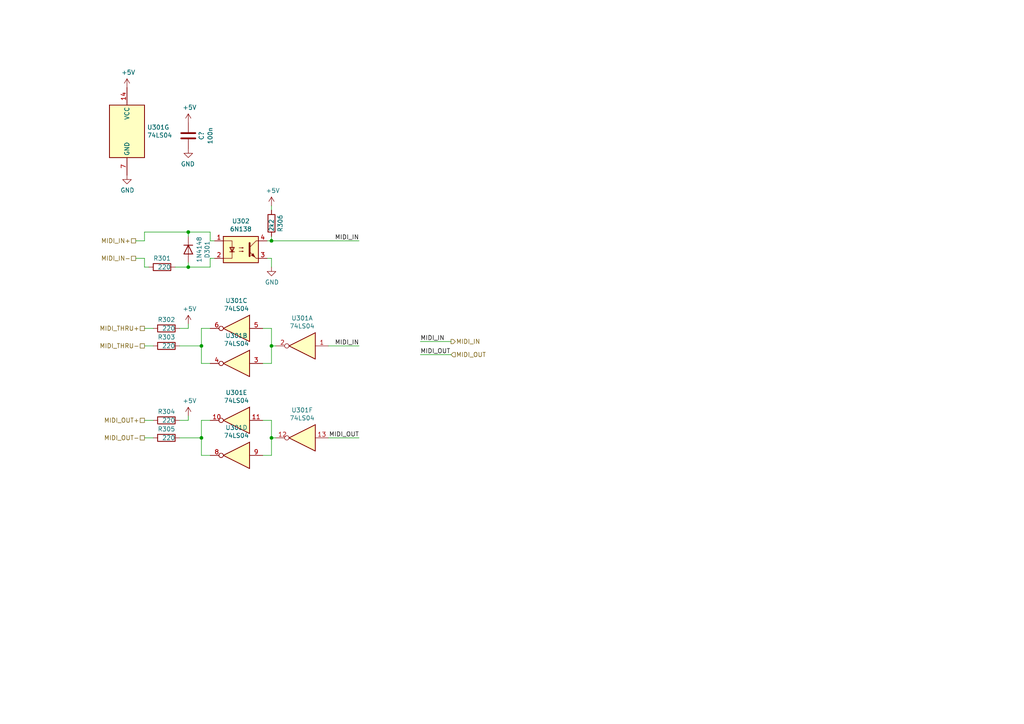
<source format=kicad_sch>
(kicad_sch (version 20230121) (generator eeschema)
  (paper "A4")
  (lib_symbols
    (symbol "74xx:74LS04"
      (property "Reference" "U" (at 0 1.27 0))
      (property "Value" "74LS04" (at 0 -1.27 0))
      (symbol "74LS04_1_0"
        (polyline (pts (xy -3.81 3.81) (xy -3.81 -3.81) (xy 3.81 0) (xy -3.81 3.81)) (stroke (width 0.254)) (fill (type background)))
        (pin input line (at -7.62 0 0) (length 3.81) (name "~") (number "1"))
        (pin output inverted (at 7.62 0 180) (length 3.81) (name "~") (number "2"))
      )
      (symbol "74LS04_2_0"
        (polyline (pts (xy -3.81 3.81) (xy -3.81 -3.81) (xy 3.81 0) (xy -3.81 3.81)) (stroke (width 0.254)) (fill (type background)))
        (pin input line (at -7.62 0 0) (length 3.81) (name "~") (number "3"))
        (pin output inverted (at 7.62 0 180) (length 3.81) (name "~") (number "4"))
      )
      (symbol "74LS04_3_0"
        (polyline (pts (xy -3.81 3.81) (xy -3.81 -3.81) (xy 3.81 0) (xy -3.81 3.81)) (stroke (width 0.254)) (fill (type background)))
        (pin input line (at -7.62 0 0) (length 3.81) (name "~") (number "5"))
        (pin output inverted (at 7.62 0 180) (length 3.81) (name "~") (number "6"))
      )
      (symbol "74LS04_4_0"
        (polyline (pts (xy -3.81 3.81) (xy -3.81 -3.81) (xy 3.81 0) (xy -3.81 3.81)) (stroke (width 0.254)) (fill (type background)))
        (pin output inverted (at 7.62 0 180) (length 3.81) (name "~") (number "8"))
        (pin input line (at -7.62 0 0) (length 3.81) (name "~") (number "9"))
      )
      (symbol "74LS04_5_0"
        (polyline (pts (xy -3.81 3.81) (xy -3.81 -3.81) (xy 3.81 0) (xy -3.81 3.81)) (stroke (width 0.254)) (fill (type background)))
        (pin output inverted (at 7.62 0 180) (length 3.81) (name "~") (number "10"))
        (pin input line (at -7.62 0 0) (length 3.81) (name "~") (number "11"))
      )
      (symbol "74LS04_6_0"
        (polyline (pts (xy -3.81 3.81) (xy -3.81 -3.81) (xy 3.81 0) (xy -3.81 3.81)) (stroke (width 0.254)) (fill (type background)))
        (pin output inverted (at 7.62 0 180) (length 3.81) (name "~") (number "12"))
        (pin input line (at -7.62 0 0) (length 3.81) (name "~") (number "13"))
      )
      (symbol "74LS04_7_0"
        (pin power_in line (at 0 12.7 270) (length 5.08) (name "VCC") (number "14"))
        (pin power_in line (at 0 -12.7 90) (length 5.08) (name "GND") (number "7"))
      )
      (symbol "74LS04_7_1"
        (rectangle (start -5.08 7.62) (end 5.08 -7.62) (stroke (width 0.254)) (fill (type background)))
      )
    )
    (symbol "Device:C" (pin_numbers hide) (pin_names (offset 0.254))
      (property "Reference" "C" (at 0.635 2.54 0))
      (property "Value" "C" (at 0.635 -2.54 0))
      (symbol "C_0_1"
        (polyline (pts (xy -2.032 -0.762) (xy 2.032 -0.762)) (stroke (width 0.508)))
        (polyline (pts (xy -2.032 0.762) (xy 2.032 0.762)) (stroke (width 0.508)))
      )
      (symbol "C_1_1"
        (pin passive line (at 0 3.81 270) (length 2.794) (name "~") (number "1"))
        (pin passive line (at 0 -3.81 90) (length 2.794) (name "~") (number "2"))
      )
    )
    (symbol "Device:R" (pin_numbers hide) (pin_names (offset 0))
      (property "Reference" "R" (at 2.032 0 90))
      (property "Value" "R" (at 0 0 90))
      (symbol "R_0_1"
        (rectangle (start -1.016 -2.54) (end 1.016 2.54) (stroke (width 0.254)))
      )
      (symbol "R_1_1"
        (pin passive line (at 0 3.81 270) (length 1.27) (name "~") (number "1"))
        (pin passive line (at 0 -3.81 90) (length 1.27) (name "~") (number "2"))
      )
    )
    (symbol "Diode:1N4148" (pin_numbers hide) (pin_names hide)
      (property "Reference" "D" (at 0 2.54 0))
      (property "Value" "1N4148" (at 0 -2.54 0))
      (symbol "1N4148_0_1"
        (polyline (pts (xy -1.27 1.27) (xy -1.27 -1.27)) (stroke (width 0.254)))
        (polyline (pts (xy 1.27 0) (xy -1.27 0)))
        (polyline (pts (xy 1.27 1.27) (xy 1.27 -1.27) (xy -1.27 0) (xy 1.27 1.27)) (stroke (width 0.254)))
      )
      (symbol "1N4148_1_1"
        (pin passive line (at -3.81 0 0) (length 2.54) (name "K") (number "1"))
        (pin passive line (at 3.81 0 180) (length 2.54) (name "A") (number "2"))
      )
    )
    (symbol "Isolator:EL817" (pin_names (offset 1.016))
      (property "Reference" "U" (at -5.08 5.08 0))
      (property "Value" "EL817" (at 0 5.08 0))
      (symbol "EL817_0_1"
        (rectangle (start -5.08 3.81) (end 5.08 -3.81) (stroke (width 0.254)) (fill (type background)))
        (polyline (pts (xy -3.175 -0.635) (xy -1.905 -0.635)) (stroke (width 0.254)))
        (polyline (pts (xy 2.54 0.635) (xy 4.445 2.54)))
        (polyline (pts (xy 4.445 -2.54) (xy 2.54 -0.635)) (fill (type outline)))
        (polyline (pts (xy 4.445 -2.54) (xy 5.08 -2.54)))
        (polyline (pts (xy 4.445 2.54) (xy 5.08 2.54)))
        (polyline (pts (xy -5.08 2.54) (xy -2.54 2.54) (xy -2.54 -0.635)))
        (polyline (pts (xy -2.54 -0.635) (xy -2.54 -2.54) (xy -5.08 -2.54)))
        (polyline (pts (xy 2.54 1.905) (xy 2.54 -1.905) (xy 2.54 -1.905)) (stroke (width 0.508)))
        (polyline (pts (xy -2.54 -0.635) (xy -3.175 0.635) (xy -1.905 0.635) (xy -2.54 -0.635)) (stroke (width 0.254)))
        (polyline (pts (xy -0.508 -0.508) (xy 0.762 -0.508) (xy 0.381 -0.635) (xy 0.381 -0.381) (xy 0.762 -0.508)))
        (polyline (pts (xy -0.508 0.508) (xy 0.762 0.508) (xy 0.381 0.381) (xy 0.381 0.635) (xy 0.762 0.508)))
        (polyline (pts (xy 3.048 -1.651) (xy 3.556 -1.143) (xy 4.064 -2.159) (xy 3.048 -1.651) (xy 3.048 -1.651)) (fill (type outline)))
      )
      (symbol "EL817_1_1"
        (pin passive line (at -7.62 2.54 0) (length 2.54) (name "~") (number "1"))
        (pin passive line (at -7.62 -2.54 0) (length 2.54) (name "~") (number "2"))
        (pin passive line (at 7.62 -2.54 180) (length 2.54) (name "~") (number "3"))
        (pin passive line (at 7.62 2.54 180) (length 2.54) (name "~") (number "4"))
      )
    )
    (symbol "power:+5V" (power) (pin_names (offset 0))
      (property "Value" "+5V" (at 0 3.556 0))
      (symbol "+5V_0_1"
        (polyline (pts (xy -0.762 1.27) (xy 0 2.54)))
        (polyline (pts (xy 0 0) (xy 0 2.54)))
        (polyline (pts (xy 0 2.54) (xy 0.762 1.27)))
      )
      (symbol "+5V_1_1"
        (pin power_in line (at 0 0 90) (length 0) hide (name "+5V") (number "1"))
      )
    )
    (symbol "power:GND" (power) (pin_names (offset 0))
      (property "Value" "GND" (at 0 -3.81 0))
      (symbol "GND_0_1"
        (polyline (pts (xy 0 0) (xy 0 -1.27) (xy 1.27 -1.27) (xy 0 -2.54) (xy -1.27 -1.27) (xy 0 -1.27)))
      )
      (symbol "GND_1_1"
        (pin power_in line (at 0 0 270) (length 0) hide (name "GND") (number "1"))
      )
    )
  )
  (junction (at 54.61 67.31))
  (junction (at 78.74 127))
  (junction (at 58.42 127))
  (junction (at 58.42 100.33))
  (junction (at 54.61 77.47))
  (junction (at 78.74 100.33))
  (junction (at 78.74 69.85))
  (wire (pts (xy 78.74 127) (xy 78.74 121.92)))
  (wire (pts (xy 54.61 67.31) (xy 41.91 67.31)))
  (wire (pts (xy 78.74 105.41) (xy 76.2 105.41)))
  (wire (pts (xy 130.81 99.06) (xy 121.92 99.06)))
  (wire (pts (xy 60.96 74.93) (xy 62.23 74.93)))
  (wire (pts (xy 78.74 95.25) (xy 76.2 95.25)))
  (wire (pts (xy 62.23 69.85) (xy 60.96 69.85)))
  (wire (pts (xy 58.42 127) (xy 58.42 121.92)))
  (wire (pts (xy 44.45 127) (xy 41.91 127)))
  (wire (pts (xy 58.42 95.25) (xy 60.96 95.25)))
  (wire (pts (xy 41.91 74.93) (xy 41.91 77.47)))
  (wire (pts (xy 54.61 77.47) (xy 54.61 76.2)))
  (wire (pts (xy 80.01 127) (xy 78.74 127)))
  (wire (pts (xy 54.61 93.98) (xy 54.61 95.25)))
  (wire (pts (xy 78.74 132.08) (xy 76.2 132.08)))
  (wire (pts (xy 50.8 77.47) (xy 54.61 77.47)))
  (wire (pts (xy 60.96 77.47) (xy 60.96 74.93)))
  (wire (pts (xy 78.74 59.69) (xy 78.74 60.96)))
  (wire (pts (xy 52.07 95.25) (xy 54.61 95.25)))
  (wire (pts (xy 41.91 95.25) (xy 44.45 95.25)))
  (wire (pts (xy 78.74 100.33) (xy 78.74 105.41)))
  (wire (pts (xy 44.45 100.33) (xy 41.91 100.33)))
  (wire (pts (xy 58.42 100.33) (xy 58.42 95.25)))
  (wire (pts (xy 60.96 69.85) (xy 60.96 67.31)))
  (wire (pts (xy 54.61 120.65) (xy 54.61 121.92)))
  (wire (pts (xy 78.74 69.85) (xy 104.14 69.85)))
  (wire (pts (xy 78.74 68.58) (xy 78.74 69.85)))
  (wire (pts (xy 41.91 69.85) (xy 39.37 69.85)))
  (wire (pts (xy 41.91 74.93) (xy 39.37 74.93)))
  (wire (pts (xy 58.42 132.08) (xy 58.42 127)))
  (wire (pts (xy 58.42 121.92) (xy 60.96 121.92)))
  (wire (pts (xy 41.91 121.92) (xy 44.45 121.92)))
  (wire (pts (xy 41.91 77.47) (xy 43.18 77.47)))
  (wire (pts (xy 58.42 105.41) (xy 58.42 100.33)))
  (wire (pts (xy 78.74 127) (xy 78.74 132.08)))
  (wire (pts (xy 80.01 100.33) (xy 78.74 100.33)))
  (wire (pts (xy 41.91 67.31) (xy 41.91 69.85)))
  (wire (pts (xy 130.81 102.87) (xy 121.92 102.87)))
  (wire (pts (xy 95.25 127) (xy 104.14 127)))
  (wire (pts (xy 78.74 77.47) (xy 78.74 74.93)))
  (wire (pts (xy 60.96 67.31) (xy 54.61 67.31)))
  (wire (pts (xy 78.74 100.33) (xy 78.74 95.25)))
  (wire (pts (xy 52.07 127) (xy 58.42 127)))
  (wire (pts (xy 54.61 77.47) (xy 60.96 77.47)))
  (wire (pts (xy 52.07 121.92) (xy 54.61 121.92)))
  (wire (pts (xy 52.07 100.33) (xy 58.42 100.33)))
  (wire (pts (xy 54.61 68.58) (xy 54.61 67.31)))
  (wire (pts (xy 95.25 100.33) (xy 104.14 100.33)))
  (wire (pts (xy 78.74 69.85) (xy 77.47 69.85)))
  (wire (pts (xy 60.96 105.41) (xy 58.42 105.41)))
  (wire (pts (xy 78.74 74.93) (xy 77.47 74.93)))
  (wire (pts (xy 60.96 132.08) (xy 58.42 132.08)))
  (wire (pts (xy 78.74 121.92) (xy 76.2 121.92)))
  (label "MIDI_IN" (at 121.92 99.06 0))
  (label "MIDI_IN" (at 104.14 100.33 180))
  (label "MIDI_IN" (at 104.14 69.85 180))
  (label "MIDI_OUT" (at 104.14 127 180))
  (label "MIDI_OUT" (at 121.92 102.87 0))
  (hierarchical_label "MIDI_OUT" (shape input) (at 130.81 102.87 0))
  (hierarchical_label "MIDI_OUT+" (shape passive) (at 41.91 121.92 180))
  (hierarchical_label "MIDI_THRU+" (shape passive) (at 41.91 95.25 180))
  (hierarchical_label "MIDI_IN-" (shape passive) (at 39.37 74.93 180))
  (hierarchical_label "MIDI_IN+" (shape passive) (at 39.37 69.85 180))
  (hierarchical_label "MIDI_OUT-" (shape passive) (at 41.91 127 180))
  (hierarchical_label "MIDI_IN" (shape output) (at 130.81 99.06 0))
  (hierarchical_label "MIDI_THRU-" (shape passive) (at 41.91 100.33 180))
  (symbol (lib_id "Isolator:EL817") (at 69.85 72.39 0) (unit 1)
    (property "Reference" "U302" (at 69.85 64.135 0))
    (property "Value" "6N138" (at 69.85 66.4464 0))
    (property "Footprint" "Package_DIP:DIP-4_W7.62mm" (effects hide))
    (instances (project "Lights" (path "" (reference "U302") (unit 1)) (path "" (reference "U?") (unit 1))))
  )
  (symbol (lib_id "Diode:1N4148") (at 54.61 72.39 270) (unit 1)
    (property "Reference" "D301" (at 60.0964 72.39 0))
    (property "Value" "1N4148" (at 57.785 72.39 0))
    (property "Footprint" "Diode_THT:D_DO-35_SOD27_P2.54mm_Vertical_KathodeUp" (effects hide))
    (property "Datasheet" "https://assets.nexperia.com/documents/data-sheet/1N4148_1N4448.pdf" (effects hide))
    (instances (project "Lights" (path "" (reference "D301") (unit 1)) (path "" (reference "D?") (unit 1))))
  )
  (symbol (lib_id "power:GND") (at 78.74 77.47 0) (unit 1)
    (property "Reference" "#PWR0308" (effects hide))
    (property "Value" "GND" (at 78.867 81.8642 0))
    (instances (project "Lights" (path "" (reference "#PWR0308") (unit 1)) (path "" (reference "#PWR?") (unit 1))))
  )
  (symbol (lib_id "Device:R") (at 46.99 77.47 270) (unit 1)
    (property "Reference" "R301" (at 44.45 74.93 90) (effects (justify left)))
    (property "Value" "220" (at 45.72 77.47 90) (effects (justify left)))
    (property "Footprint" "Resistor_THT:R_Axial_DIN0204_L3.6mm_D1.6mm_P2.54mm_Vertical" (effects hide))
    (instances (project "Lights" (path "" (reference "R301") (unit 1)) (path "" (reference "R?") (unit 1))))
  )
  (symbol (lib_id "Device:R") (at 78.74 64.77 180) (unit 1)
    (property "Reference" "R306" (at 81.28 62.23 90) (effects (justify left)))
    (property "Value" "2k2" (at 78.74 63.5 90) (effects (justify left)))
    (property "Footprint" "Resistor_THT:R_Axial_DIN0204_L3.6mm_D1.6mm_P2.54mm_Vertical" (effects hide))
    (instances (project "Lights" (path "" (reference "R306") (unit 1)) (path "" (reference "R?") (unit 1))))
  )
  (symbol (lib_id "power:+5V") (at 78.74 59.69 0) (unit 1)
    (property "Reference" "#PWR0307" (effects hide))
    (property "Value" "+5V" (at 79.121 55.2958 0))
    (instances (project "Lights" (path "" (reference "#PWR0307") (unit 1)) (path "" (reference "#PWR?") (unit 1))))
  )
  (symbol (lib_id "74xx:74LS04") (at 68.58 95.25 0) (mirror y) (unit 3)
    (property "Reference" "U301" (at 68.58 87.1982 0))
    (property "Value" "74LS04" (at 68.58 89.5096 0))
    (property "Footprint" "Package_DIP:DIP-14_W7.62mm_LongPads" (effects hide))
    (property "Datasheet" "http://www.ti.com/lit/gpn/sn74LS04" (effects hide))
    (instances (project "Lights" (path "" (reference "U301") (unit 3)) (path "" (reference "U?") (unit 1))))
  )
  (symbol (lib_id "74xx:74LS04") (at 68.58 105.41 0) (mirror y) (unit 2)
    (property "Reference" "U301" (at 68.58 97.3582 0))
    (property "Value" "74LS04" (at 68.58 99.6696 0))
    (property "Footprint" "Package_DIP:DIP-14_W7.62mm_LongPads" (effects hide))
    (property "Datasheet" "http://www.ti.com/lit/gpn/sn74LS04" (effects hide))
    (instances (project "Lights" (path "" (reference "U301") (unit 2)) (path "" (reference "U?") (unit 2))))
  )
  (symbol (lib_id "74xx:74LS04") (at 87.63 100.33 0) (mirror y) (unit 1)
    (property "Reference" "U301" (at 87.63 92.2782 0))
    (property "Value" "74LS04" (at 87.63 94.5896 0))
    (property "Footprint" "Package_DIP:DIP-14_W7.62mm_LongPads" (effects hide))
    (property "Datasheet" "http://www.ti.com/lit/gpn/sn74LS04" (effects hide))
    (instances (project "Lights" (path "" (reference "U301") (unit 1)) (path "" (reference "U?") (unit 3))))
  )
  (symbol (lib_id "Device:R") (at 48.26 95.25 270) (unit 1)
    (property "Reference" "R302" (at 45.72 92.71 90) (effects (justify left)))
    (property "Value" "220" (at 46.99 95.25 90) (effects (justify left)))
    (property "Footprint" "Resistor_THT:R_Axial_DIN0204_L3.6mm_D1.6mm_P2.54mm_Vertical" (effects hide))
    (instances (project "Lights" (path "" (reference "R302") (unit 1)) (path "" (reference "R?") (unit 1))))
  )
  (symbol (lib_id "Device:R") (at 48.26 100.33 270) (unit 1)
    (property "Reference" "R303" (at 45.72 97.79 90) (effects (justify left)))
    (property "Value" "220" (at 46.99 100.33 90) (effects (justify left)))
    (property "Footprint" "Resistor_THT:R_Axial_DIN0204_L3.6mm_D1.6mm_P2.54mm_Vertical" (effects hide))
    (instances (project "Lights" (path "" (reference "R303") (unit 1)) (path "" (reference "R?") (unit 1))))
  )
  (symbol (lib_id "74xx:74LS04") (at 68.58 121.92 0) (mirror y) (unit 5)
    (property "Reference" "U301" (at 68.58 113.8682 0))
    (property "Value" "74LS04" (at 68.58 116.1796 0))
    (property "Footprint" "Package_DIP:DIP-14_W7.62mm_LongPads" (effects hide))
    (property "Datasheet" "http://www.ti.com/lit/gpn/sn74LS04" (effects hide))
    (instances (project "Lights" (path "" (reference "U301") (unit 5)) (path "" (reference "U?") (unit 1))))
  )
  (symbol (lib_id "74xx:74LS04") (at 68.58 132.08 0) (mirror y) (unit 4)
    (property "Reference" "U301" (at 68.58 124.0282 0))
    (property "Value" "74LS04" (at 68.58 126.3396 0))
    (property "Footprint" "Package_DIP:DIP-14_W7.62mm_LongPads" (effects hide))
    (property "Datasheet" "http://www.ti.com/lit/gpn/sn74LS04" (effects hide))
    (instances (project "Lights" (path "" (reference "U301") (unit 4)) (path "" (reference "U?") (unit 2))))
  )
  (symbol (lib_id "74xx:74LS04") (at 87.63 127 0) (mirror y) (unit 6)
    (property "Reference" "U301" (at 87.63 118.9482 0))
    (property "Value" "74LS04" (at 87.63 121.2596 0))
    (property "Footprint" "Package_DIP:DIP-14_W7.62mm_LongPads" (effects hide))
    (property "Datasheet" "http://www.ti.com/lit/gpn/sn74LS04" (effects hide))
    (instances (project "Lights" (path "" (reference "U301") (unit 6)) (path "" (reference "U?") (unit 3))))
  )
  (symbol (lib_id "power:+5V") (at 54.61 93.98 0) (unit 1)
    (property "Reference" "#PWR0305" (effects hide))
    (property "Value" "+5V" (at 54.991 89.5858 0))
    (instances (project "Lights" (path "" (reference "#PWR0305") (unit 1)) (path "" (reference "#PWR?") (unit 1))))
  )
  (symbol (lib_id "Device:R") (at 48.26 121.92 270) (unit 1)
    (property "Reference" "R304" (at 45.72 119.38 90) (effects (justify left)))
    (property "Value" "220" (at 46.99 121.92 90) (effects (justify left)))
    (property "Footprint" "Resistor_THT:R_Axial_DIN0204_L3.6mm_D1.6mm_P2.54mm_Vertical" (effects hide))
    (instances (project "Lights" (path "" (reference "R304") (unit 1)) (path "" (reference "R?") (unit 1))))
  )
  (symbol (lib_id "Device:R") (at 48.26 127 270) (unit 1)
    (property "Reference" "R305" (at 45.72 124.46 90) (effects (justify left)))
    (property "Value" "220" (at 46.99 127 90) (effects (justify left)))
    (property "Footprint" "Resistor_THT:R_Axial_DIN0204_L3.6mm_D1.6mm_P2.54mm_Vertical" (effects hide))
    (instances (project "Lights" (path "" (reference "R305") (unit 1)) (path "" (reference "R?") (unit 1))))
  )
  (symbol (lib_id "power:+5V") (at 54.61 120.65 0) (unit 1)
    (property "Reference" "#PWR0306" (effects hide))
    (property "Value" "+5V" (at 54.991 116.2558 0))
    (instances (project "Lights" (path "" (reference "#PWR0306") (unit 1)) (path "" (reference "#PWR?") (unit 1))))
  )
  (symbol (lib_id "74xx:74LS04") (at 36.83 38.1 0) (mirror y) (unit 7)
    (property "Reference" "U301" (at 42.672 36.9316 0) (effects (justify right)))
    (property "Value" "74LS04" (at 42.672 39.243 0) (effects (justify right)))
    (property "Footprint" "Package_DIP:DIP-14_W7.62mm_LongPads" (effects hide))
    (property "Datasheet" "http://www.ti.com/lit/gpn/sn74LS04" (effects hide))
    (instances (project "Lights" (path "" (reference "U301") (unit 7)) (path "" (reference "U?") (unit 3))))
  )
  (symbol (lib_id "power:+5V") (at 36.83 25.4 0) (unit 1)
    (property "Reference" "#PWR0301" (effects hide))
    (property "Value" "+5V" (at 37.211 21.0058 0))
    (instances (project "Lights" (path "" (reference "#PWR0301") (unit 1)) (path "" (reference "#PWR?") (unit 1))))
  )
  (symbol (lib_id "power:GND") (at 36.83 50.8 0) (unit 1)
    (property "Reference" "#PWR0302" (effects hide))
    (property "Value" "GND" (at 36.957 55.1942 0))
    (instances (project "Lights" (path "" (reference "#PWR0302") (unit 1)) (path "" (reference "#PWR?") (unit 1))))
  )
  (symbol (lib_id "Device:C") (at 54.61 39.37 0) (mirror x) (unit 1)
    (property "Reference" "C?" (at 58.42 39.37 90))
    (property "Value" "100n" (at 60.96 39.37 90))
    (property "Footprint" "Capacitor_THT:C_Disc_D7.0mm_W2.5mm_P5.00mm" (effects hide))
    (instances (project "Lights" (path "" (reference "C?") (unit 1)) (path "" (reference "C301") (unit 1))))
  )
  (symbol (lib_id "power:GND") (at 54.61 43.18 0) (mirror y) (unit 1)
    (property "Reference" "#PWR?" (effects hide))
    (property "Value" "GND" (at 54.483 47.5742 0))
    (instances (project "Lights" (path "" (reference "#PWR?") (unit 1)) (path "" (reference "#PWR0304") (unit 1))))
  )
  (symbol (lib_id "power:+5V") (at 54.61 35.56 0) (unit 1)
    (property "Reference" "#PWR0303" (effects hide))
    (property "Value" "+5V" (at 54.991 31.1658 0))
    (instances (project "Lights" (path "" (reference "#PWR0303") (unit 1)) (path "" (reference "#PWR?") (unit 1))))
  )
)
</source>
